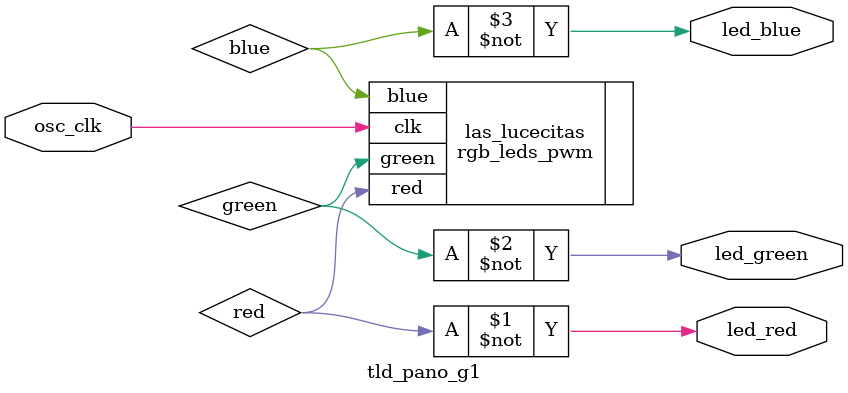
<source format=v>
/*
 * LED PWM test for Pano Logic
 * Copyright (c) 2018 Miguel Angel Rodriguez Jodar.
 * 
 * This program is free software: you can redistribute it and/or modify  
 * it under the terms of the GNU General Public License as published by  
 * the Free Software Foundation, version 3.
 *
 * This program is distributed in the hope that it will be useful, but 
 * WITHOUT ANY WARRANTY; without even the implied warranty of 
 * MERCHANTABILITY or FITNESS FOR A PARTICULAR PURPOSE. See the GNU
 * General Public License for more details.
 *
 * You should have received a copy of the GNU General Public License 
 * along with this program. If not, see <http://www.gnu.org/licenses/>.
 */

`timescale 1ns / 1ps
`default_nettype none

module tld_pano_g1 (
  input wire osc_clk,
  output wire led_red,
  output wire led_green,
  output wire led_blue
  );
  
  wire red, green, blue;
  assign led_red = ~red;          // estos leds son
  assign led_green = ~green;      // activos a nivel
  assign led_blue = ~blue;        // bajo
  
  rgb_leds_pwm las_lucecitas (
    .clk(osc_clk),  // 100 MHz
    .red(red),       
    .green(green),   
    .blue(blue)      
  );
endmodule

</source>
